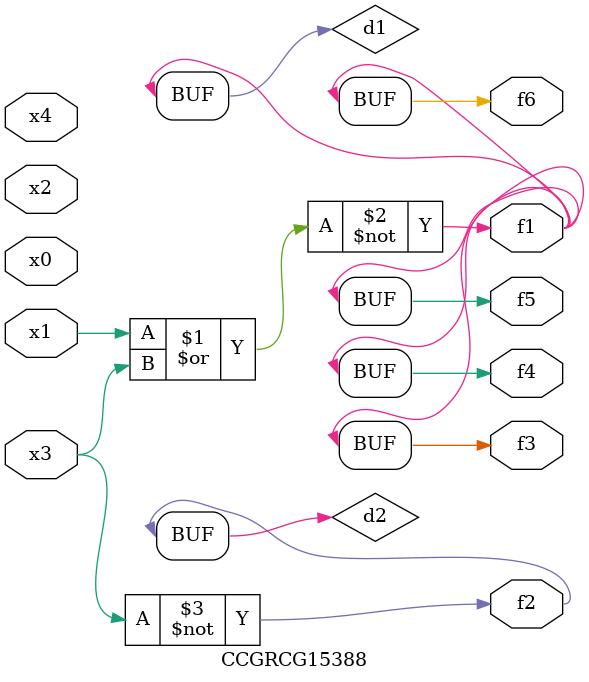
<source format=v>
module CCGRCG15388(
	input x0, x1, x2, x3, x4,
	output f1, f2, f3, f4, f5, f6
);

	wire d1, d2;

	nor (d1, x1, x3);
	not (d2, x3);
	assign f1 = d1;
	assign f2 = d2;
	assign f3 = d1;
	assign f4 = d1;
	assign f5 = d1;
	assign f6 = d1;
endmodule

</source>
